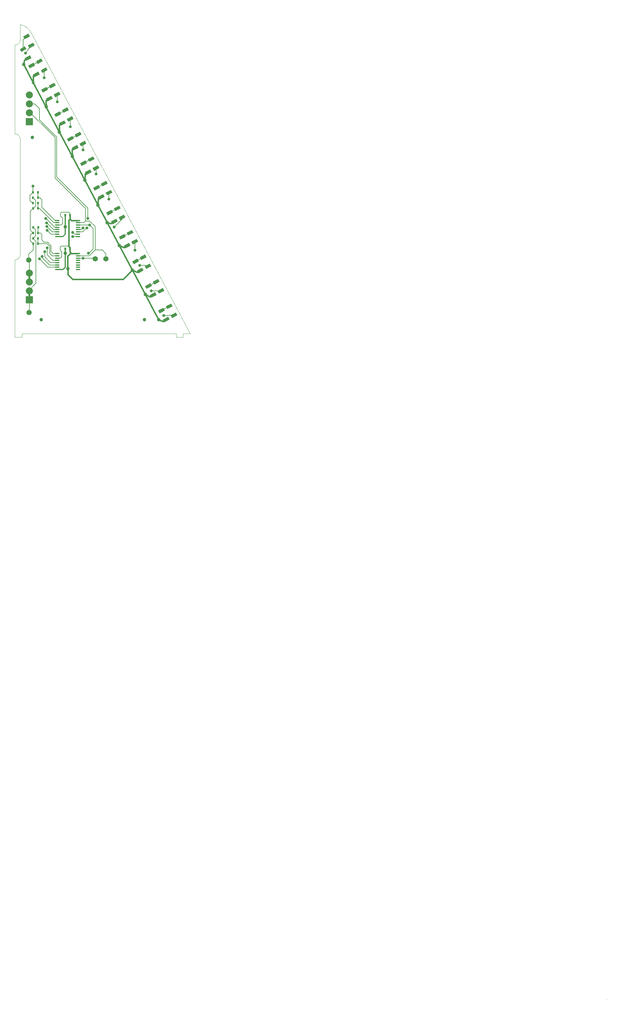
<source format=gtl>
%TF.GenerationSoftware,KiCad,Pcbnew,(5.1.6-0-10_14)*%
%TF.CreationDate,2020-10-19T14:02:04+02:00*%
%TF.ProjectId,nowae031,6e6f7761-6530-4333-912e-6b696361645f,0*%
%TF.SameCoordinates,Original*%
%TF.FileFunction,Copper,L1,Top*%
%TF.FilePolarity,Positive*%
%FSLAX46Y46*%
G04 Gerber Fmt 4.6, Leading zero omitted, Abs format (unit mm)*
G04 Created by KiCad (PCBNEW (5.1.6-0-10_14)) date 2020-10-19 14:02:04*
%MOMM*%
%LPD*%
G01*
G04 APERTURE LIST*
%TA.AperFunction,Profile*%
%ADD10C,0.050000*%
%TD*%
%TA.AperFunction,Profile*%
%ADD11C,0.200000*%
%TD*%
%TA.AperFunction,ComponentPad*%
%ADD12C,2.000000*%
%TD*%
%TA.AperFunction,ComponentPad*%
%ADD13R,2.000000X2.000000*%
%TD*%
%TA.AperFunction,Conductor*%
%ADD14C,1.000000*%
%TD*%
%TA.AperFunction,SMDPad,CuDef*%
%ADD15C,0.100000*%
%TD*%
%TA.AperFunction,SMDPad,CuDef*%
%ADD16R,0.600000X0.800000*%
%TD*%
%TA.AperFunction,SMDPad,CuDef*%
%ADD17R,1.250000X0.350000*%
%TD*%
%TA.AperFunction,SMDPad,CuDef*%
%ADD18C,1.500000*%
%TD*%
%TA.AperFunction,ViaPad*%
%ADD19C,1.000000*%
%TD*%
%TA.AperFunction,ViaPad*%
%ADD20C,0.800000*%
%TD*%
%TA.AperFunction,Conductor*%
%ADD21C,0.300000*%
%TD*%
%TA.AperFunction,Conductor*%
%ADD22C,0.200000*%
%TD*%
%TA.AperFunction,Conductor*%
%ADD23C,0.500000*%
%TD*%
%TA.AperFunction,Conductor*%
%ADD24C,0.400000*%
%TD*%
G04 APERTURE END LIST*
D10*
X101490000Y-45190000D02*
G75*
G02*
X99990000Y-46690000I-1500000J0D01*
G01*
X99990000Y-72000000D02*
G75*
G02*
X101490000Y-73500000I0J-1500000D01*
G01*
X99990000Y-72000000D02*
X99990000Y-46690000D01*
X100000000Y-130000000D02*
X100000000Y-108000000D01*
X101500000Y-106500000D02*
G75*
G02*
X100000000Y-108000000I-1500000J0D01*
G01*
X101490000Y-73500000D02*
X101500000Y-106500000D01*
X101499908Y-40830540D02*
X101490000Y-45190000D01*
X101499908Y-40830540D02*
G75*
G02*
X104449999Y-42900001I-709908J-4149460D01*
G01*
X104449243Y-42900000D02*
X150000000Y-129000000D01*
X148000000Y-129000000D02*
X150000000Y-129000000D01*
X148000000Y-130000000D02*
X148000000Y-129000000D01*
X146000000Y-130000000D02*
X148000000Y-130000000D01*
X146000000Y-129000000D02*
X146000000Y-130000000D01*
X102000000Y-129000000D02*
X146000000Y-129000000D01*
X102000000Y-130000000D02*
X102000000Y-129000000D01*
X100000000Y-130000000D02*
X102000000Y-130000000D01*
D11*
X268944859Y-318881889D02*
X268944859Y-318881889D01*
D12*
%TO.P,P102,4*%
%TO.N,+3.3V*%
X104100000Y-111690000D03*
D13*
%TO.P,P102,1*%
%TO.N,GND*%
X104100000Y-119310000D03*
D12*
%TO.P,P102,3*%
%TO.N,+3.3V*%
X104100000Y-114230000D03*
%TO.P,P102,2*%
%TO.N,GND*%
X104100000Y-116770000D03*
%TD*%
%TO.P,P101,4*%
%TO.N,GND*%
X104100000Y-60900000D03*
D13*
%TO.P,P101,1*%
X104100000Y-68520000D03*
D12*
%TO.P,P101,3*%
%TO.N,/BRANCH_SCL*%
X104100000Y-63440000D03*
%TO.P,P101,2*%
%TO.N,/BRANCH_SDA*%
X104100000Y-65980000D03*
%TD*%
D14*
%TO.N,*%
%TO.C,VAL\u002A\u002A*%
X105000000Y-73020000D03*
%TD*%
%TO.N,*%
%TO.C,VAL\u002A\u002A*%
X107490000Y-125000000D03*
%TD*%
%TO.N,*%
%TO.C,VAL\u002A\u002A*%
X137000000Y-125000000D03*
%TD*%
%TA.AperFunction,SMDPad,CuDef*%
D15*
%TO.P,R113,1*%
%TO.N,Net-(DL113-Pad1)*%
G36*
X122307498Y-87421450D02*
G01*
X123808509Y-86623349D01*
X124231034Y-87418002D01*
X122730023Y-88216103D01*
X122307498Y-87421450D01*
G37*
%TD.AperFunction*%
%TA.AperFunction,SMDPad,CuDef*%
%TO.P,R113,2*%
%TO.N,+3.3V*%
G36*
X123668966Y-89981998D02*
G01*
X125169977Y-89183897D01*
X125592502Y-89978550D01*
X124091491Y-90776651D01*
X123668966Y-89981998D01*
G37*
%TD.AperFunction*%
%TD*%
D16*
%TO.P,C101,2*%
%TO.N,+3.3V*%
X115750000Y-95250000D03*
%TO.P,C101,1*%
%TO.N,GND*%
X114350000Y-95250000D03*
%TD*%
%TO.P,C102,1*%
%TO.N,GND*%
X114350000Y-104750000D03*
%TO.P,C102,2*%
%TO.N,+3.3V*%
X115750000Y-104750000D03*
%TD*%
%TA.AperFunction,SMDPad,CuDef*%
D15*
%TO.P,DL101,2*%
%TO.N,/B_LINE1*%
G36*
X103688232Y-46801724D02*
G01*
X105189243Y-46003623D01*
X105611768Y-46798276D01*
X104110757Y-47596377D01*
X103688232Y-46801724D01*
G37*
%TD.AperFunction*%
%TA.AperFunction,SMDPad,CuDef*%
%TO.P,DL101,1*%
%TO.N,Net-(DL101-Pad1)*%
G36*
X102326764Y-44241176D02*
G01*
X103827775Y-43443075D01*
X104250300Y-44237728D01*
X102749289Y-45035829D01*
X102326764Y-44241176D01*
G37*
%TD.AperFunction*%
%TD*%
%TA.AperFunction,SMDPad,CuDef*%
%TO.P,DL103,2*%
%TO.N,/B_LINE2*%
G36*
X107399700Y-53862272D02*
G01*
X108900711Y-53064171D01*
X109323236Y-53858824D01*
X107822225Y-54656925D01*
X107399700Y-53862272D01*
G37*
%TD.AperFunction*%
%TA.AperFunction,SMDPad,CuDef*%
%TO.P,DL103,1*%
%TO.N,Net-(DL103-Pad1)*%
G36*
X106038232Y-51301724D02*
G01*
X107539243Y-50503623D01*
X107961768Y-51298276D01*
X106460757Y-52096377D01*
X106038232Y-51301724D01*
G37*
%TD.AperFunction*%
%TD*%
%TA.AperFunction,SMDPad,CuDef*%
%TO.P,DL105,2*%
%TO.N,/B_LINE3*%
G36*
X111088232Y-60801724D02*
G01*
X112589243Y-60003623D01*
X113011768Y-60798276D01*
X111510757Y-61596377D01*
X111088232Y-60801724D01*
G37*
%TD.AperFunction*%
%TA.AperFunction,SMDPad,CuDef*%
%TO.P,DL105,1*%
%TO.N,Net-(DL105-Pad1)*%
G36*
X109726764Y-58241176D02*
G01*
X111227775Y-57443075D01*
X111650300Y-58237728D01*
X110149289Y-59035829D01*
X109726764Y-58241176D01*
G37*
%TD.AperFunction*%
%TD*%
%TA.AperFunction,SMDPad,CuDef*%
%TO.P,DL107,2*%
%TO.N,/B_LINE4*%
G36*
X114818966Y-67781998D02*
G01*
X116319977Y-66983897D01*
X116742502Y-67778550D01*
X115241491Y-68576651D01*
X114818966Y-67781998D01*
G37*
%TD.AperFunction*%
%TA.AperFunction,SMDPad,CuDef*%
%TO.P,DL107,1*%
%TO.N,Net-(DL107-Pad1)*%
G36*
X113457498Y-65221450D02*
G01*
X114958509Y-64423349D01*
X115381034Y-65218002D01*
X113880023Y-66016103D01*
X113457498Y-65221450D01*
G37*
%TD.AperFunction*%
%TD*%
%TA.AperFunction,SMDPad,CuDef*%
%TO.P,DL109,2*%
%TO.N,/B_LINE5*%
G36*
X118468966Y-74781998D02*
G01*
X119969977Y-73983897D01*
X120392502Y-74778550D01*
X118891491Y-75576651D01*
X118468966Y-74781998D01*
G37*
%TD.AperFunction*%
%TA.AperFunction,SMDPad,CuDef*%
%TO.P,DL109,1*%
%TO.N,Net-(DL109-Pad1)*%
G36*
X117107498Y-72221450D02*
G01*
X118608509Y-71423349D01*
X119031034Y-72218002D01*
X117530023Y-73016103D01*
X117107498Y-72221450D01*
G37*
%TD.AperFunction*%
%TD*%
%TA.AperFunction,SMDPad,CuDef*%
%TO.P,DL111,2*%
%TO.N,/B_LINE6*%
G36*
X122168966Y-81781998D02*
G01*
X123669977Y-80983897D01*
X124092502Y-81778550D01*
X122591491Y-82576651D01*
X122168966Y-81781998D01*
G37*
%TD.AperFunction*%
%TA.AperFunction,SMDPad,CuDef*%
%TO.P,DL111,1*%
%TO.N,Net-(DL111-Pad1)*%
G36*
X120807498Y-79221450D02*
G01*
X122308509Y-78423349D01*
X122731034Y-79218002D01*
X121230023Y-80016103D01*
X120807498Y-79221450D01*
G37*
%TD.AperFunction*%
%TD*%
%TA.AperFunction,SMDPad,CuDef*%
%TO.P,DL113,2*%
%TO.N,/B_LINE7*%
G36*
X125868966Y-88781998D02*
G01*
X127369977Y-87983897D01*
X127792502Y-88778550D01*
X126291491Y-89576651D01*
X125868966Y-88781998D01*
G37*
%TD.AperFunction*%
%TA.AperFunction,SMDPad,CuDef*%
%TO.P,DL113,1*%
%TO.N,Net-(DL113-Pad1)*%
G36*
X124507498Y-86221450D02*
G01*
X126008509Y-85423349D01*
X126431034Y-86218002D01*
X124930023Y-87016103D01*
X124507498Y-86221450D01*
G37*
%TD.AperFunction*%
%TD*%
%TA.AperFunction,SMDPad,CuDef*%
%TO.P,DL115,2*%
%TO.N,/B_LINE8*%
G36*
X129618966Y-95831998D02*
G01*
X131119977Y-95033897D01*
X131542502Y-95828550D01*
X130041491Y-96626651D01*
X129618966Y-95831998D01*
G37*
%TD.AperFunction*%
%TA.AperFunction,SMDPad,CuDef*%
%TO.P,DL115,1*%
%TO.N,Net-(DL115-Pad1)*%
G36*
X128257498Y-93271450D02*
G01*
X129758509Y-92473349D01*
X130181034Y-93268002D01*
X128680023Y-94066103D01*
X128257498Y-93271450D01*
G37*
%TD.AperFunction*%
%TD*%
%TA.AperFunction,SMDPad,CuDef*%
%TO.P,DL117,2*%
%TO.N,/B_LINE9*%
G36*
X133268966Y-102781998D02*
G01*
X134769977Y-101983897D01*
X135192502Y-102778550D01*
X133691491Y-103576651D01*
X133268966Y-102781998D01*
G37*
%TD.AperFunction*%
%TA.AperFunction,SMDPad,CuDef*%
%TO.P,DL117,1*%
%TO.N,Net-(DL117-Pad1)*%
G36*
X131907498Y-100221450D02*
G01*
X133408509Y-99423349D01*
X133831034Y-100218002D01*
X132330023Y-101016103D01*
X131907498Y-100221450D01*
G37*
%TD.AperFunction*%
%TD*%
%TA.AperFunction,SMDPad,CuDef*%
%TO.P,DL119,2*%
%TO.N,/B_LINE10*%
G36*
X137018966Y-109781998D02*
G01*
X138519977Y-108983897D01*
X138942502Y-109778550D01*
X137441491Y-110576651D01*
X137018966Y-109781998D01*
G37*
%TD.AperFunction*%
%TA.AperFunction,SMDPad,CuDef*%
%TO.P,DL119,1*%
%TO.N,Net-(DL119-Pad1)*%
G36*
X135657498Y-107221450D02*
G01*
X137158509Y-106423349D01*
X137581034Y-107218002D01*
X136080023Y-108016103D01*
X135657498Y-107221450D01*
G37*
%TD.AperFunction*%
%TD*%
%TA.AperFunction,SMDPad,CuDef*%
%TO.P,DL121,2*%
%TO.N,/B_LINE11*%
G36*
X140718966Y-116781998D02*
G01*
X142219977Y-115983897D01*
X142642502Y-116778550D01*
X141141491Y-117576651D01*
X140718966Y-116781998D01*
G37*
%TD.AperFunction*%
%TA.AperFunction,SMDPad,CuDef*%
%TO.P,DL121,1*%
%TO.N,Net-(DL121-Pad1)*%
G36*
X139357498Y-114221450D02*
G01*
X140858509Y-113423349D01*
X141281034Y-114218002D01*
X139780023Y-115016103D01*
X139357498Y-114221450D01*
G37*
%TD.AperFunction*%
%TD*%
%TA.AperFunction,SMDPad,CuDef*%
%TO.P,DL123,2*%
%TO.N,/B_LINE12*%
G36*
X144418966Y-123781998D02*
G01*
X145919977Y-122983897D01*
X146342502Y-123778550D01*
X144841491Y-124576651D01*
X144418966Y-123781998D01*
G37*
%TD.AperFunction*%
%TA.AperFunction,SMDPad,CuDef*%
%TO.P,DL123,1*%
%TO.N,Net-(DL123-Pad1)*%
G36*
X143057498Y-121221450D02*
G01*
X144558509Y-120423349D01*
X144981034Y-121218002D01*
X143480023Y-122016103D01*
X143057498Y-121221450D01*
G37*
%TD.AperFunction*%
%TD*%
%TA.AperFunction,SMDPad,CuDef*%
%TO.P,R101,1*%
%TO.N,Net-(DL101-Pad1)*%
G36*
X101388232Y-47851724D02*
G01*
X102889243Y-47053623D01*
X103311768Y-47848276D01*
X101810757Y-48646377D01*
X101388232Y-47851724D01*
G37*
%TD.AperFunction*%
%TA.AperFunction,SMDPad,CuDef*%
%TO.P,R101,2*%
%TO.N,+3.3V*%
G36*
X102749700Y-50412272D02*
G01*
X104250711Y-49614171D01*
X104673236Y-50408824D01*
X103172225Y-51206925D01*
X102749700Y-50412272D01*
G37*
%TD.AperFunction*%
%TD*%
%TA.AperFunction,SMDPad,CuDef*%
%TO.P,R103,1*%
%TO.N,Net-(DL103-Pad1)*%
G36*
X103807498Y-52521450D02*
G01*
X105308509Y-51723349D01*
X105731034Y-52518002D01*
X104230023Y-53316103D01*
X103807498Y-52521450D01*
G37*
%TD.AperFunction*%
%TA.AperFunction,SMDPad,CuDef*%
%TO.P,R103,2*%
%TO.N,+3.3V*%
G36*
X105168966Y-55081998D02*
G01*
X106669977Y-54283897D01*
X107092502Y-55078550D01*
X105591491Y-55876651D01*
X105168966Y-55081998D01*
G37*
%TD.AperFunction*%
%TD*%
%TA.AperFunction,SMDPad,CuDef*%
%TO.P,R105,1*%
%TO.N,Net-(DL105-Pad1)*%
G36*
X107507498Y-59421450D02*
G01*
X109008509Y-58623349D01*
X109431034Y-59418002D01*
X107930023Y-60216103D01*
X107507498Y-59421450D01*
G37*
%TD.AperFunction*%
%TA.AperFunction,SMDPad,CuDef*%
%TO.P,R105,2*%
%TO.N,+3.3V*%
G36*
X108868966Y-61981998D02*
G01*
X110369977Y-61183897D01*
X110792502Y-61978550D01*
X109291491Y-62776651D01*
X108868966Y-61981998D01*
G37*
%TD.AperFunction*%
%TD*%
%TA.AperFunction,SMDPad,CuDef*%
%TO.P,R107,1*%
%TO.N,Net-(DL107-Pad1)*%
G36*
X111257498Y-66421450D02*
G01*
X112758509Y-65623349D01*
X113181034Y-66418002D01*
X111680023Y-67216103D01*
X111257498Y-66421450D01*
G37*
%TD.AperFunction*%
%TA.AperFunction,SMDPad,CuDef*%
%TO.P,R107,2*%
%TO.N,+3.3V*%
G36*
X112618966Y-68981998D02*
G01*
X114119977Y-68183897D01*
X114542502Y-68978550D01*
X113041491Y-69776651D01*
X112618966Y-68981998D01*
G37*
%TD.AperFunction*%
%TD*%
%TA.AperFunction,SMDPad,CuDef*%
%TO.P,R109,1*%
%TO.N,Net-(DL109-Pad1)*%
G36*
X114907498Y-73421450D02*
G01*
X116408509Y-72623349D01*
X116831034Y-73418002D01*
X115330023Y-74216103D01*
X114907498Y-73421450D01*
G37*
%TD.AperFunction*%
%TA.AperFunction,SMDPad,CuDef*%
%TO.P,R109,2*%
%TO.N,+3.3V*%
G36*
X116268966Y-75981998D02*
G01*
X117769977Y-75183897D01*
X118192502Y-75978550D01*
X116691491Y-76776651D01*
X116268966Y-75981998D01*
G37*
%TD.AperFunction*%
%TD*%
%TA.AperFunction,SMDPad,CuDef*%
%TO.P,R111,1*%
%TO.N,Net-(DL111-Pad1)*%
G36*
X118613235Y-80396450D02*
G01*
X120114246Y-79598349D01*
X120536771Y-80393002D01*
X119035760Y-81191103D01*
X118613235Y-80396450D01*
G37*
%TD.AperFunction*%
%TA.AperFunction,SMDPad,CuDef*%
%TO.P,R111,2*%
%TO.N,+3.3V*%
G36*
X119974703Y-82956998D02*
G01*
X121475714Y-82158897D01*
X121898239Y-82953550D01*
X120397228Y-83751651D01*
X119974703Y-82956998D01*
G37*
%TD.AperFunction*%
%TD*%
%TA.AperFunction,SMDPad,CuDef*%
%TO.P,R115,1*%
%TO.N,Net-(DL115-Pad1)*%
G36*
X126057498Y-94471450D02*
G01*
X127558509Y-93673349D01*
X127981034Y-94468002D01*
X126480023Y-95266103D01*
X126057498Y-94471450D01*
G37*
%TD.AperFunction*%
%TA.AperFunction,SMDPad,CuDef*%
%TO.P,R115,2*%
%TO.N,+3.3V*%
G36*
X127418966Y-97031998D02*
G01*
X128919977Y-96233897D01*
X129342502Y-97028550D01*
X127841491Y-97826651D01*
X127418966Y-97031998D01*
G37*
%TD.AperFunction*%
%TD*%
%TA.AperFunction,SMDPad,CuDef*%
%TO.P,R117,1*%
%TO.N,Net-(DL117-Pad1)*%
G36*
X129707498Y-101371450D02*
G01*
X131208509Y-100573349D01*
X131631034Y-101368002D01*
X130130023Y-102166103D01*
X129707498Y-101371450D01*
G37*
%TD.AperFunction*%
%TA.AperFunction,SMDPad,CuDef*%
%TO.P,R117,2*%
%TO.N,+3.3V*%
G36*
X131068966Y-103931998D02*
G01*
X132569977Y-103133897D01*
X132992502Y-103928550D01*
X131491491Y-104726651D01*
X131068966Y-103931998D01*
G37*
%TD.AperFunction*%
%TD*%
%TA.AperFunction,SMDPad,CuDef*%
%TO.P,R119,1*%
%TO.N,Net-(DL119-Pad1)*%
G36*
X133457498Y-108421450D02*
G01*
X134958509Y-107623349D01*
X135381034Y-108418002D01*
X133880023Y-109216103D01*
X133457498Y-108421450D01*
G37*
%TD.AperFunction*%
%TA.AperFunction,SMDPad,CuDef*%
%TO.P,R119,2*%
%TO.N,+3.3V*%
G36*
X134818966Y-110981998D02*
G01*
X136319977Y-110183897D01*
X136742502Y-110978550D01*
X135241491Y-111776651D01*
X134818966Y-110981998D01*
G37*
%TD.AperFunction*%
%TD*%
%TA.AperFunction,SMDPad,CuDef*%
%TO.P,R121,1*%
%TO.N,Net-(DL121-Pad1)*%
G36*
X137157498Y-115421450D02*
G01*
X138658509Y-114623349D01*
X139081034Y-115418002D01*
X137580023Y-116216103D01*
X137157498Y-115421450D01*
G37*
%TD.AperFunction*%
%TA.AperFunction,SMDPad,CuDef*%
%TO.P,R121,2*%
%TO.N,+3.3V*%
G36*
X138518966Y-117981998D02*
G01*
X140019977Y-117183897D01*
X140442502Y-117978550D01*
X138941491Y-118776651D01*
X138518966Y-117981998D01*
G37*
%TD.AperFunction*%
%TD*%
%TA.AperFunction,SMDPad,CuDef*%
%TO.P,R123,1*%
%TO.N,Net-(DL123-Pad1)*%
G36*
X140857498Y-122421450D02*
G01*
X142358509Y-121623349D01*
X142781034Y-122418002D01*
X141280023Y-123216103D01*
X140857498Y-122421450D01*
G37*
%TD.AperFunction*%
%TA.AperFunction,SMDPad,CuDef*%
%TO.P,R123,2*%
%TO.N,+3.3V*%
G36*
X142218966Y-124981998D02*
G01*
X143719977Y-124183897D01*
X144142502Y-124978550D01*
X142641491Y-125776651D01*
X142218966Y-124981998D01*
G37*
%TD.AperFunction*%
%TD*%
D17*
%TO.P,U101,1*%
%TO.N,/MOD1A0*%
X112100000Y-96725000D03*
%TO.P,U101,2*%
%TO.N,/MOD1A1*%
X112100000Y-97375000D03*
%TO.P,U101,3*%
%TO.N,+3.3V*%
X112100000Y-98025000D03*
%TO.P,U101,4*%
%TO.N,/B_LINE1*%
X112100000Y-98675000D03*
%TO.P,U101,5*%
%TO.N,/B_LINE2*%
X112100000Y-99325000D03*
%TO.P,U101,6*%
%TO.N,/B_LINE3*%
X112100000Y-99975000D03*
%TO.P,U101,7*%
%TO.N,/B_LINE4*%
X112100000Y-100625000D03*
%TO.P,U101,10*%
%TO.N,/B_LINE6*%
X118000000Y-100625000D03*
%TO.P,U101,11*%
%TO.N,/B_LINE7*%
X118000000Y-99975000D03*
%TO.P,U101,12*%
%TO.N,/B_LINE8*%
X118000000Y-99325000D03*
%TO.P,U101,13*%
%TO.N,Net-(U101-Pad13)*%
X118000000Y-98675000D03*
%TO.P,U101,14*%
%TO.N,/BRANCH_SCL*%
X118000000Y-98025000D03*
%TO.P,U101,15*%
%TO.N,/BRANCH_SDA*%
X118000000Y-97375000D03*
%TO.P,U101,16*%
%TO.N,+3.3V*%
X118000000Y-96725000D03*
%TO.P,U101,8*%
%TO.N,GND*%
X112100000Y-101275000D03*
%TO.P,U101,9*%
%TO.N,/B_LINE5*%
X118000000Y-101275000D03*
%TD*%
%TO.P,U102,1*%
%TO.N,/MOD2A0*%
X112100000Y-106175000D03*
%TO.P,U102,2*%
%TO.N,/MOD2A1*%
X112100000Y-106825000D03*
%TO.P,U102,3*%
%TO.N,+3.3V*%
X112100000Y-107475000D03*
%TO.P,U102,4*%
%TO.N,/B_LINE9*%
X112100000Y-108125000D03*
%TO.P,U102,5*%
%TO.N,/B_LINE10*%
X112100000Y-108775000D03*
%TO.P,U102,6*%
%TO.N,/B_LINE11*%
X112100000Y-109425000D03*
%TO.P,U102,7*%
%TO.N,/B_LINE12*%
X112100000Y-110075000D03*
%TO.P,U102,10*%
%TO.N,/B_LINE14*%
X118000000Y-110075000D03*
%TO.P,U102,11*%
%TO.N,/B_LINE15*%
X118000000Y-109425000D03*
%TO.P,U102,12*%
%TO.N,/B_LINE16*%
X118000000Y-108775000D03*
%TO.P,U102,13*%
%TO.N,Net-(U102-Pad13)*%
X118000000Y-108125000D03*
%TO.P,U102,14*%
%TO.N,/BRANCH_SCL*%
X118000000Y-107475000D03*
%TO.P,U102,15*%
%TO.N,/BRANCH_SDA*%
X118000000Y-106825000D03*
%TO.P,U102,16*%
%TO.N,+3.3V*%
X118000000Y-106175000D03*
%TO.P,U102,8*%
%TO.N,GND*%
X112100000Y-110725000D03*
%TO.P,U102,9*%
%TO.N,/B_LINE13*%
X118000000Y-110725000D03*
%TD*%
D18*
%TO.P,TP102,1*%
%TO.N,+3.3V*%
X103990000Y-108010000D03*
%TD*%
D16*
%TO.P,R125,2*%
%TO.N,/MOD1A0*%
X106560000Y-88710000D03*
%TO.P,R125,1*%
%TO.N,GND*%
X105160000Y-88710000D03*
%TD*%
%TO.P,R126,1*%
%TO.N,+3.3V*%
X105170000Y-90250000D03*
%TO.P,R126,2*%
%TO.N,/MOD1A0*%
X106570000Y-90250000D03*
%TD*%
%TO.P,R127,2*%
%TO.N,/MOD1A1*%
X106570000Y-91770000D03*
%TO.P,R127,1*%
%TO.N,GND*%
X105170000Y-91770000D03*
%TD*%
%TO.P,R128,1*%
%TO.N,+3.3V*%
X105180000Y-93290000D03*
%TO.P,R128,2*%
%TO.N,/MOD1A1*%
X106580000Y-93290000D03*
%TD*%
%TO.P,R129,2*%
%TO.N,/MOD2A0*%
X106620000Y-98720000D03*
%TO.P,R129,1*%
%TO.N,GND*%
X105220000Y-98720000D03*
%TD*%
%TO.P,R130,1*%
%TO.N,+3.3V*%
X105210000Y-100270000D03*
%TO.P,R130,2*%
%TO.N,/MOD2A0*%
X106610000Y-100270000D03*
%TD*%
%TO.P,R131,2*%
%TO.N,/MOD2A1*%
X106610000Y-101820000D03*
%TO.P,R131,1*%
%TO.N,GND*%
X105210000Y-101820000D03*
%TD*%
%TO.P,R132,1*%
%TO.N,+3.3V*%
X105210000Y-103320000D03*
%TO.P,R132,2*%
%TO.N,/MOD2A1*%
X106610000Y-103320000D03*
%TD*%
D18*
%TO.P,TP101,1*%
%TO.N,GND*%
X104000000Y-123010000D03*
%TD*%
%TO.P,TP103,1*%
%TO.N,/BRANCH_SCL*%
X122880000Y-107690000D03*
%TD*%
%TO.P,TP104,1*%
%TO.N,/BRANCH_SDA*%
X125990000Y-107690000D03*
%TD*%
D19*
%TO.N,GND*%
X114350000Y-106030000D03*
X114350000Y-98490000D03*
D20*
X105160000Y-86890000D03*
%TO.N,+3.3V*%
X105257670Y-57462330D03*
D19*
X116370000Y-78480000D03*
X119950001Y-85249999D03*
X141000000Y-125040000D03*
X137212579Y-117867421D03*
X133520000Y-110900000D03*
X129798981Y-103848981D03*
X126333648Y-97296352D03*
X123708777Y-92361223D03*
X112693760Y-71526240D03*
X108919792Y-64350208D03*
X102470000Y-52190000D03*
X115116459Y-110467480D03*
D20*
%TO.N,/B_LINE1*%
X108800000Y-96150000D03*
X103010000Y-48970000D03*
%TO.N,/B_LINE2*%
X109050000Y-97400000D03*
X108320000Y-56030000D03*
%TO.N,/B_LINE3*%
X109080025Y-98419975D03*
X112050000Y-62880000D03*
%TO.N,/B_LINE4*%
X109210050Y-99539950D03*
X115780000Y-69960000D03*
%TO.N,/B_LINE5*%
X116450000Y-101300000D03*
X119430734Y-76559266D03*
%TO.N,/B_LINE6*%
X116500000Y-100150000D03*
X123130734Y-83460734D03*
%TO.N,/B_LINE7*%
X120510000Y-98840000D03*
X126830000Y-90630000D03*
%TO.N,/B_LINE8*%
X119440018Y-98840018D03*
X128310000Y-98600000D03*
%TO.N,/B_LINE9*%
X109200000Y-104500000D03*
X134230734Y-105219266D03*
%TO.N,/B_LINE10*%
X108500000Y-105650000D03*
X135650000Y-109550000D03*
%TO.N,/B_LINE11*%
X107800000Y-106950000D03*
X138880000Y-116840000D03*
%TO.N,/B_LINE12*%
X106980000Y-107670000D03*
X142500000Y-123810000D03*
%TO.N,/BRANCH_SCL*%
X120957525Y-106062525D03*
X119410000Y-107525000D03*
X121315000Y-98025000D03*
X120795000Y-96185000D03*
%TD*%
D21*
%TO.N,GND*%
X114350000Y-95250000D02*
X114350000Y-96350000D01*
X113725000Y-101275000D02*
X112100000Y-101275000D01*
X114350000Y-100650000D02*
X113725000Y-101275000D01*
X114350000Y-96350000D02*
X114350000Y-98490000D01*
X114350000Y-100250000D02*
X114350000Y-100650000D01*
X114350000Y-106150000D02*
X114350000Y-110100000D01*
X114350000Y-106150000D02*
X114350000Y-106450000D01*
X113725000Y-110725000D02*
X112100000Y-110725000D01*
X114350000Y-110100000D02*
X113725000Y-110725000D01*
D22*
X105170000Y-91770000D02*
X105000000Y-91770000D01*
X105000000Y-91770000D02*
X104320000Y-91090000D01*
X104320000Y-89550000D02*
X105160000Y-88710000D01*
X104320000Y-91090000D02*
X104320000Y-89550000D01*
X105220000Y-98720000D02*
X105250000Y-98720000D01*
X105250000Y-98720000D02*
X105900000Y-99370000D01*
X105900000Y-101130000D02*
X105210000Y-101820000D01*
X105900000Y-99370000D02*
X105900000Y-101130000D01*
X105210000Y-101820000D02*
X105210000Y-101860000D01*
X106009999Y-102659999D02*
X106009999Y-114610001D01*
X105210000Y-101860000D02*
X106009999Y-102659999D01*
X106009999Y-114610001D02*
X103850000Y-116770000D01*
D21*
X114350000Y-104750000D02*
X114350000Y-106030000D01*
X114350000Y-106030000D02*
X114350000Y-106150000D01*
X114350000Y-98490000D02*
X114350000Y-100250000D01*
D22*
X105160000Y-88710000D02*
X105160000Y-86890000D01*
X104100000Y-122910000D02*
X104000000Y-123010000D01*
X104100000Y-119310000D02*
X104100000Y-122910000D01*
D23*
X104100000Y-116770000D02*
X104100000Y-119310000D01*
D21*
%TO.N,+3.3V*%
X115750000Y-96300000D02*
X115699999Y-96350001D01*
D24*
X102470000Y-52190000D02*
X102650000Y-50990000D01*
X102650000Y-50990000D02*
X103711468Y-50410548D01*
X106130734Y-55080274D02*
X105190000Y-55550000D01*
X105190000Y-55550000D02*
X105257670Y-57462330D01*
X102470000Y-52190000D02*
X105257670Y-57462330D01*
X113580734Y-68980274D02*
X112660000Y-69450000D01*
X112660000Y-69450000D02*
X112693760Y-71526240D01*
X105257670Y-57462330D02*
X112693760Y-71526240D01*
X116370000Y-78480000D02*
X116300000Y-76480000D01*
X116300000Y-76480000D02*
X117230734Y-75980274D01*
X120936471Y-82955274D02*
X120000000Y-83420000D01*
X120000000Y-83420000D02*
X119950001Y-85249999D01*
X119950001Y-85249999D02*
X123170000Y-91340000D01*
X112693760Y-71526240D02*
X119950001Y-85249999D01*
X123170000Y-91340000D02*
X123170000Y-91350000D01*
X143180734Y-124980274D02*
X142280000Y-125500000D01*
X142280000Y-125500000D02*
X141000000Y-125040000D01*
X139480734Y-117980274D02*
X138560000Y-118490000D01*
X138560000Y-118490000D02*
X137212579Y-117867421D01*
X137212579Y-117867421D02*
X139800000Y-122760000D01*
X133520000Y-110900000D02*
X134860000Y-111490000D01*
X134860000Y-111490000D02*
X135780734Y-110980274D01*
X129798981Y-103848981D02*
X137212579Y-117867421D01*
X129798981Y-103848981D02*
X131120000Y-104440000D01*
X131120000Y-104440000D02*
X132030734Y-103930274D01*
X128380734Y-97030274D02*
X127410000Y-97560000D01*
X127410000Y-97560000D02*
X126333648Y-97296352D01*
X139800000Y-122760000D02*
X141000000Y-125040000D01*
X115820998Y-106175000D02*
X115080000Y-106915998D01*
D21*
X116175000Y-106175000D02*
X116625000Y-106175000D01*
D24*
X116625000Y-106175000D02*
X115820998Y-106175000D01*
D21*
X116625000Y-106175000D02*
X118000000Y-106175000D01*
D24*
X116175000Y-106175000D02*
X115750000Y-105750000D01*
X116275000Y-106175000D02*
X116175000Y-106175000D01*
X118000000Y-106175000D02*
X116275000Y-106175000D01*
X116275000Y-106175000D02*
X115820998Y-106175000D01*
X115750000Y-105750000D02*
X115750000Y-104750000D01*
X115750000Y-104750000D02*
X115750000Y-104480000D01*
X115750000Y-104480000D02*
X115420000Y-104150000D01*
X115420000Y-96630000D02*
X115699999Y-96350001D01*
X115750000Y-96300000D02*
X115750000Y-95250000D01*
X115750000Y-96300000D02*
X116175000Y-96725000D01*
X116175000Y-96725000D02*
X118000000Y-96725000D01*
X125500000Y-95720000D02*
X125724490Y-96144490D01*
X126558491Y-97721509D02*
X129798981Y-103848981D01*
X126333648Y-97296352D02*
X126558491Y-97721509D01*
X126385535Y-97394465D02*
X126333648Y-97296352D01*
X125724490Y-96144490D02*
X126385535Y-97394465D01*
X126385535Y-97394465D02*
X126558491Y-97721509D01*
X123708777Y-92361223D02*
X125724490Y-96144490D01*
X123170000Y-91350000D02*
X123708777Y-92361223D01*
X124630734Y-89980274D02*
X123720000Y-90470000D01*
X123720000Y-90470000D02*
X123708777Y-92361223D01*
X108900000Y-62480000D02*
X109830734Y-61980274D01*
X108920000Y-64390000D02*
X108900000Y-62480000D01*
D22*
X115080000Y-110470000D02*
X115113939Y-110470000D01*
X115113939Y-110470000D02*
X115116459Y-110467480D01*
D24*
X115080000Y-106915998D02*
X115080000Y-110470000D01*
X115420000Y-104020000D02*
X115420000Y-96630000D01*
X115420000Y-104150000D02*
X115420000Y-104020000D01*
D22*
X115750000Y-104750000D02*
X115750000Y-104600000D01*
X105180000Y-93290000D02*
X105230000Y-93290000D01*
X105230000Y-93290000D02*
X105870000Y-92650000D01*
X105870000Y-90950000D02*
X105170000Y-90250000D01*
X105870000Y-92650000D02*
X105870000Y-90950000D01*
X105210000Y-100270000D02*
X104990000Y-100270000D01*
X104990000Y-100270000D02*
X104400000Y-100860000D01*
X104400000Y-102510000D02*
X105210000Y-103320000D01*
X104400000Y-100860000D02*
X104400000Y-102510000D01*
X103990000Y-108010000D02*
X103990000Y-106350000D01*
X105210000Y-105130000D02*
X105210000Y-103320000D01*
X103990000Y-106350000D02*
X105210000Y-105130000D01*
X105210000Y-100270000D02*
X105130000Y-100270000D01*
X105130000Y-100270000D02*
X104350000Y-99490000D01*
X104350000Y-94120000D02*
X105180000Y-93290000D01*
X104350000Y-99490000D02*
X104350000Y-94120000D01*
X112100000Y-98025000D02*
X113205000Y-98025000D01*
X113205000Y-98025000D02*
X113620000Y-97610000D01*
X113620000Y-97610000D02*
X113620000Y-96100000D01*
X113620000Y-96100000D02*
X112970000Y-95450000D01*
X112970000Y-95450000D02*
X112970000Y-94710000D01*
X112970000Y-94710000D02*
X113270000Y-94410000D01*
X113270000Y-94410000D02*
X115460000Y-94410000D01*
X115750000Y-94700000D02*
X115750000Y-95250000D01*
X115460000Y-94410000D02*
X115750000Y-94700000D01*
X112920000Y-104300000D02*
X113170001Y-104049999D01*
X115319999Y-104049999D02*
X115420000Y-104150000D01*
X113170001Y-104049999D02*
X115319999Y-104049999D01*
X113330000Y-107070000D02*
X113330000Y-105650000D01*
X112925000Y-107475000D02*
X113330000Y-107070000D01*
X112100000Y-107475000D02*
X112925000Y-107475000D01*
X112920000Y-105240000D02*
X112920000Y-104300000D01*
X113330000Y-105650000D02*
X112920000Y-105240000D01*
D24*
X115116459Y-110467480D02*
X115116459Y-112126459D01*
X115116459Y-112126459D02*
X116520000Y-113530000D01*
X130890000Y-113530000D02*
X133520000Y-110900000D01*
X116520000Y-113530000D02*
X130890000Y-113530000D01*
D22*
X104100000Y-108120000D02*
X103990000Y-108010000D01*
X104100000Y-111690000D02*
X104100000Y-108120000D01*
D23*
X104100000Y-111690000D02*
X104100000Y-114230000D01*
D22*
%TO.N,/B_LINE1*%
X111361002Y-98675000D02*
X108836002Y-96150000D01*
X108836002Y-96150000D02*
X108800000Y-96150000D01*
X112100000Y-98675000D02*
X111361002Y-98675000D01*
X103010000Y-48970000D02*
X104650000Y-46800000D01*
%TO.N,Net-(DL101-Pad1)*%
X102350000Y-45177984D02*
X103288532Y-44239452D01*
X102350000Y-47850000D02*
X102350000Y-45177984D01*
%TO.N,/B_LINE2*%
X112100000Y-99325000D02*
X110975000Y-99325000D01*
X110975000Y-99325000D02*
X109350000Y-97700000D01*
X109350000Y-97700000D02*
X109050000Y-97400000D01*
X108361468Y-53860548D02*
X108320000Y-56030000D01*
%TO.N,Net-(DL103-Pad1)*%
X104769266Y-52519726D02*
X107000000Y-51300000D01*
%TO.N,/B_LINE3*%
X110635050Y-99975000D02*
X109080025Y-98419975D01*
X112100000Y-99975000D02*
X110635050Y-99975000D01*
X112050000Y-60800000D02*
X112050000Y-62880000D01*
%TO.N,Net-(DL105-Pad1)*%
X108469266Y-59419726D02*
X110688532Y-58239452D01*
%TO.N,/B_LINE4*%
X110295100Y-100625000D02*
X109210050Y-99539950D01*
X112100000Y-100625000D02*
X110295100Y-100625000D01*
X115780734Y-67780274D02*
X115780000Y-69960000D01*
%TO.N,Net-(DL107-Pad1)*%
X112219266Y-66419726D02*
X114419266Y-65219726D01*
%TO.N,/B_LINE5*%
X117125000Y-101275000D02*
X118000000Y-101275000D01*
X116475000Y-101275000D02*
X116450000Y-101300000D01*
X118000000Y-101275000D02*
X116475000Y-101275000D01*
X119430734Y-74780274D02*
X119430734Y-76559266D01*
%TO.N,Net-(DL109-Pad1)*%
X115869266Y-73419726D02*
X118069266Y-72219726D01*
%TO.N,/B_LINE6*%
X123130734Y-81780274D02*
X123130734Y-83519266D01*
X116975000Y-100625000D02*
X116500000Y-100150000D01*
X118000000Y-100625000D02*
X116975000Y-100625000D01*
X123130734Y-83519266D02*
X123130734Y-83460734D01*
%TO.N,Net-(DL111-Pad1)*%
X119575003Y-80394726D02*
X121769266Y-79219726D01*
%TO.N,/B_LINE7*%
X126830734Y-89289930D02*
X126830734Y-88780274D01*
X118000000Y-99975000D02*
X119375000Y-99975000D01*
X119375000Y-99975000D02*
X120510000Y-98840000D01*
X126830734Y-88780274D02*
X126830000Y-90630000D01*
%TO.N,Net-(DL113-Pad1)*%
X123269266Y-87419726D02*
X125469266Y-86219726D01*
%TO.N,/B_LINE8*%
X118000000Y-99325000D02*
X118955036Y-99325000D01*
X118955036Y-99325000D02*
X119440018Y-98840018D01*
X130580734Y-95830274D02*
X130590000Y-96340000D01*
X130590000Y-96340000D02*
X128310000Y-98600000D01*
%TO.N,Net-(DL115-Pad1)*%
X127019266Y-94469726D02*
X129219266Y-93269726D01*
%TO.N,/B_LINE9*%
X109200000Y-106510000D02*
X109200000Y-104500000D01*
X110815000Y-108125000D02*
X109200000Y-106510000D01*
X112100000Y-108125000D02*
X110815000Y-108125000D01*
X134230734Y-102780274D02*
X134230734Y-105219266D01*
%TO.N,Net-(DL117-Pad1)*%
X130669266Y-101369726D02*
X132869266Y-100219726D01*
%TO.N,/B_LINE10*%
X108500000Y-107115699D02*
X108500000Y-105650000D01*
X110159301Y-108775000D02*
X108500000Y-107115699D01*
X112100000Y-108775000D02*
X110159301Y-108775000D01*
X135650000Y-109550000D02*
X137110000Y-109530000D01*
X137110000Y-109530000D02*
X137480000Y-109520000D01*
X137480000Y-109520000D02*
X137980734Y-109780274D01*
%TO.N,Net-(DL119-Pad1)*%
X134419266Y-108419726D02*
X136619266Y-107219726D01*
%TO.N,/B_LINE11*%
X112100000Y-109425000D02*
X109875000Y-109425000D01*
X107800000Y-107350000D02*
X107800000Y-106950000D01*
X109875000Y-109425000D02*
X107800000Y-107350000D01*
X141680734Y-116780274D02*
X138880000Y-116840000D01*
%TO.N,Net-(DL121-Pad1)*%
X138119266Y-115419726D02*
X140319266Y-114219726D01*
%TO.N,/B_LINE12*%
X112100000Y-110075000D02*
X110225000Y-110075000D01*
X109385000Y-110075000D02*
X106980000Y-107670000D01*
X112100000Y-110075000D02*
X109385000Y-110075000D01*
X145380734Y-123780274D02*
X142500000Y-123810000D01*
%TO.N,Net-(DL123-Pad1)*%
X141819266Y-122419726D02*
X144019266Y-121219726D01*
%TO.N,/BRANCH_SCL*%
X119360000Y-107475000D02*
X119410000Y-107525000D01*
X118000000Y-107475000D02*
X119360000Y-107475000D01*
X121107475Y-106062525D02*
X120957525Y-106062525D01*
X122320000Y-104850000D02*
X121107475Y-106062525D01*
X122320000Y-99030000D02*
X122320000Y-104850000D01*
X121315000Y-98025000D02*
X122320000Y-99030000D01*
X118000000Y-98025000D02*
X121315000Y-98025000D01*
X111870010Y-72904311D02*
X111175698Y-72210000D01*
X111870010Y-84260010D02*
X111870010Y-72904311D01*
X120795000Y-93185000D02*
X111870010Y-84260010D01*
X120795000Y-96185000D02*
X120795000Y-93185000D01*
X122715000Y-107525000D02*
X122880000Y-107690000D01*
X119410000Y-107525000D02*
X122715000Y-107525000D01*
X104100000Y-63440000D02*
X105640000Y-63440000D01*
X106982849Y-64782849D02*
X106982849Y-68017151D01*
X105640000Y-63440000D02*
X106982849Y-64782849D01*
X111175698Y-72210000D02*
X106982849Y-68017151D01*
%TO.N,/BRANCH_SDA*%
X111470000Y-84620000D02*
X111470000Y-73070000D01*
X109675000Y-71275000D02*
X104370000Y-65970000D01*
X111470000Y-73070000D02*
X109675000Y-71275000D01*
X121185000Y-106825000D02*
X122890000Y-105120000D01*
X118000000Y-106825000D02*
X121185000Y-106825000D01*
X118000000Y-97375000D02*
X119605000Y-97375000D01*
X119605000Y-97375000D02*
X120095000Y-96885000D01*
X120095000Y-93245000D02*
X111470000Y-84620000D01*
X120095000Y-96885000D02*
X120095000Y-93245000D01*
X122890000Y-99110000D02*
X122890000Y-98460000D01*
X122890000Y-105120000D02*
X122890000Y-99110000D01*
X121315000Y-96885000D02*
X120095000Y-96885000D01*
X122890000Y-98460000D02*
X121315000Y-96885000D01*
X122890000Y-105120000D02*
X124910000Y-105120000D01*
X125990000Y-106200000D02*
X125990000Y-107690000D01*
X124910000Y-105120000D02*
X125990000Y-106200000D01*
%TO.N,/MOD1A0*%
X112100000Y-96725000D02*
X111475000Y-96725000D01*
X111475000Y-96725000D02*
X107710000Y-92960000D01*
X107710000Y-92960000D02*
X107710000Y-90840000D01*
X107120000Y-90250000D02*
X106570000Y-90250000D01*
X107710000Y-90840000D02*
X107120000Y-90250000D01*
X106570000Y-88720000D02*
X106560000Y-88710000D01*
X106570000Y-90250000D02*
X106570000Y-88720000D01*
%TO.N,/MOD1A1*%
X106976002Y-93290000D02*
X111061002Y-97375000D01*
X111061002Y-97375000D02*
X112100000Y-97375000D01*
X106580000Y-93290000D02*
X106976002Y-93290000D01*
X106570000Y-93280000D02*
X106580000Y-93290000D01*
X106570000Y-91770000D02*
X106570000Y-93280000D01*
%TO.N,/MOD2A0*%
X106610000Y-100270000D02*
X107280000Y-100270000D01*
X107280000Y-100270000D02*
X107660000Y-100650000D01*
X107660000Y-100650000D02*
X107660000Y-102270000D01*
X109335689Y-102919990D02*
X110330000Y-103914301D01*
X108309990Y-102919990D02*
X109335689Y-102919990D01*
X107660000Y-102270000D02*
X108309990Y-102919990D01*
X110330000Y-103914301D02*
X110330000Y-105570000D01*
X110935000Y-106175000D02*
X112100000Y-106175000D01*
X110330000Y-105570000D02*
X110935000Y-106175000D01*
X106610000Y-98730000D02*
X106620000Y-98720000D01*
X106610000Y-100270000D02*
X106610000Y-98730000D01*
%TO.N,/MOD2A1*%
X112100000Y-106825000D02*
X110635000Y-106825000D01*
X110635000Y-106825000D02*
X109930000Y-106120000D01*
X109930000Y-106120000D02*
X109930000Y-104080000D01*
X109170000Y-103320000D02*
X106610000Y-103320000D01*
X109930000Y-104080000D02*
X109170000Y-103320000D01*
X106610000Y-103320000D02*
X106610000Y-101820000D01*
%TD*%
M02*

</source>
